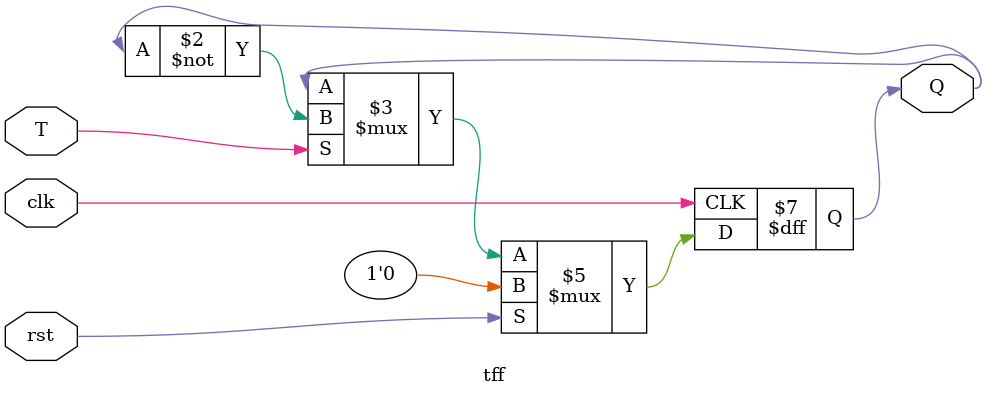
<source format=v>
`timescale 1ns / 1ps


module tff(
    input T, clk, rst,
    output reg Q
    );
    always @(posedge clk) begin
        if(rst) Q <= 1'b0;
        else Q <= T ?~Q : Q;
    end
//    reg [25:0]div;
//    always @(posedge clk) begin
//        div <= div + 1;
    
//        if (div==0) begin
//            if(rst) Q <= 1'b0;
//            else Q <= T?~Q:Q; 
//        end
//    end
endmodule
</source>
